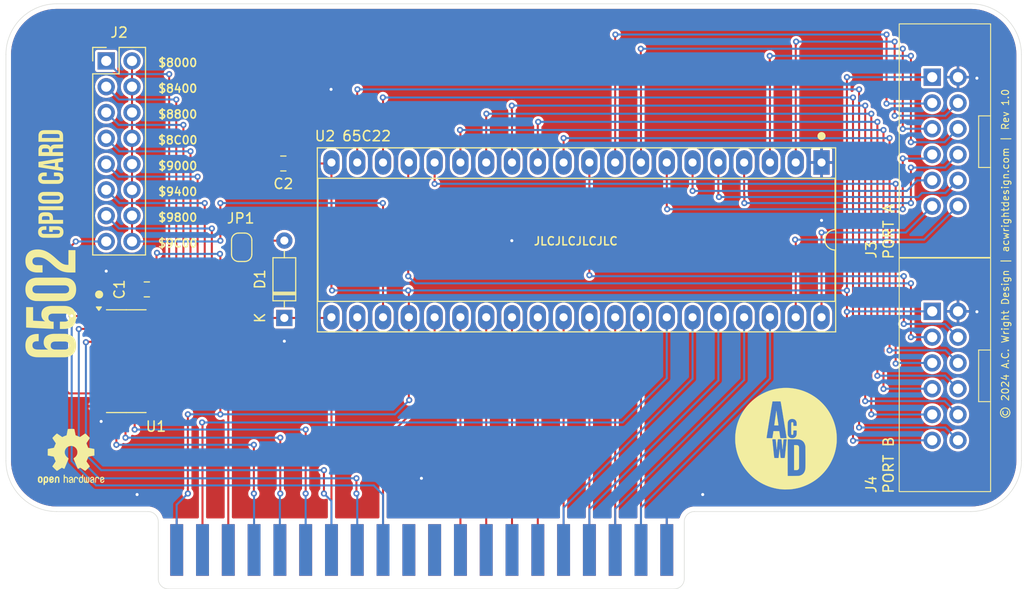
<source format=kicad_pcb>
(kicad_pcb (version 20241229) (generator "pcbnew") (generator_version "9.0")
  (title_block (title "6502 GPIO Card") (date "2024-06-19") (rev "1.0") (company "A.C. Wright Design"))
  (layers (0 "F.Cu" signal) (2 "B.Cu" signal) (13 "F.Paste" user) (15 "B.Paste" user) (5 "F.SilkS" user "F.Silkscreen") (7 "B.SilkS" user "B.Silkscreen") (1 "F.Mask" user) (3 "B.Mask" user) (25 "Edge.Cuts" user))
  (net 0 "")
  (net 1 "GND")
  (net 2 "VCC")
  (net 3 "IRQB")
  (net 4 "Net-(D1-K)")
  (net 5 "D2")
  (net 6 "A2")
  (net 7 "RESB")
  (net 8 "A1")
  (net 9 "RWB")
  (net 10 "A15")
  (net 11 "D0")
  (net 12 "A12")
  (net 13 "A0")
  (net 14 "A11")
  (net 15 "D1")
  (net 16 "PHI2")
  (net 17 "D5")
  (net 18 "A14")
  (net 19 "A3")
  (net 20 "D7")
  (net 21 "A13")
  (net 22 "A10")
  (net 23 "D4")
  (net 24 "D3")
  (net 25 "D6")
  (net 26 "CSB")
  (net 27 "PA3")
  (net 28 "CA1")
  (net 29 "CA2")
  (net 30 "/$8400")
  (net 31 "/$9800")
  (net 32 "/$9400")
  (net 33 "/$8C00")
  (net 34 "/$9000")
  (net 35 "/$8800")
  (net 36 "/$8000")
  (net 37 "/$9C00")
  (net 38 "PA7")
  (net 39 "PA5")
  (net 40 "PA0")
  (net 41 "PA2")
  (net 42 "PA4")
  (net 43 "PA1")
  (net 44 "PA6")
  (net 45 "PB4")
  (net 46 "PB2")
  (net 47 "PB0")
  (net 48 "PB1")
  (net 49 "PB6")
  (net 50 "PB7")
  (net 51 "CB2")
  (net 52 "CB1")
  (net 53 "PB5")
  (net 54 "PB3")
  (footprint "Diode_THT:D_DO-35_SOD27_P7.62mm_Horizontal" (layer "F.Cu") (at 128 101.31 90)
    (property "Reference" "D1")
    (property "Value" "D_Schottky" (hide yes))
  )
  (footprint "6502 Parts:6502 GPIO Connector" (layer "F.Cu") (at 191.8 77.6)
    (property "Reference" "J3")
    (property "Value" "PORT A")
  )
  (footprint "Jumper:SolderJumper-2_P1.3mm_Bridged_RoundedPad1.0x1.5mm" (layer "F.Cu") (at 123.8 94.35 90)
    (property "Reference" "JP1")
    (property "Value" "SolderJumper_2_Bridged" (hide yes))
  )
  (footprint "A.C. Wright Logo:A.C. Wright Logo 10mm" (layer "F.Cu") (at 177.4 113.2)
    (property "Reference" "G***" (hide yes))
    (property "Value" "LOGO" (hide yes))
  )
  (footprint "Package_SO:SOIC-16_3.9x9.9mm_P1.27mm" (layer "F.Cu") (at 112.435 105.565)
    (property "Reference" "U1")
    (property "Value" "74HC138" (hide yes))
  )
  (footprint "Package_DIP:DIP-40_W15.24mm_Socket_LongPads" (layer "F.Cu") (at 180.9 86 -90)
    (property "Reference" "U2")
    (property "Value" "65C22")
  )
  (footprint "Connector_PinHeader_2.54mm:PinHeader_2x08_P2.54mm_Vertical" (layer "F.Cu") (at 110.46 76)
    (property "Reference" "J2")
    (property "Value" "Conn_02x08_Odd_Even" (hide yes))
  )
  (footprint "6502 Parts:6502 GPIO Connector" (layer "F.Cu") (at 191.8 100.66)
    (property "Reference" "J4")
    (property "Value" "PORT B")
  )
  (footprint "Capacitor_SMD:C_0805_2012Metric" (layer "F.Cu") (at 114.46 98.5 180)
    (property "Reference" "C1")
    (property "Value" "100nF" (hide yes))
  )
  (footprint "Symbol:OSHW-Logo2_7.3x6mm_SilkScreen" (layer "F.Cu") (at 107 115)
    (property "Reference" "REF**" (hide yes))
    (property "Value" "OSHW-Logo2_7.3x6mm_SilkScreen" (hide yes))
  )
  (footprint "6502 Parts:6502 Card Edge" (layer "F.Cu") (at 117.4 126.7)
    (property "Reference" "J1" (hide yes))
    (property "Value" "6502 Card Edge" (hide yes))
  )
  (footprint "6502 Logos:6502 GPIO Card Logo 5mm" (layer "F.Cu") (at 104.999736 85.200749 90)
    (property "Reference" "G***" (hide yes))
    (property "Value" "LOGO" (hide yes))
  )
  (footprint "Capacitor_SMD:C_0805_2012Metric" (layer "F.Cu") (at 127.9 86.1)
    (property "Reference" "C2")
    (property "Value" "100nF" (hide yes))
  )
  (gr_circle (center 109.76 99) (end 109.96 99) (stroke (width 0.4)) (fill no) (layer "F.SilkS"))
  (gr_circle (center 180.9 83.4) (end 181.1 83.4) (stroke (width 0.4)) (fill no) (layer "F.SilkS"))
  (gr_arc (start 167.3841 121.3746) (mid 167.676993 120.667493) (end 168.3841 120.3746) (stroke (width 0.05)) (layer "Edge.Cuts"))
  (gr_line (start 200.5841 115.3746) (end 200.5841 75.3746) (stroke (width 0.05)) (layer "Edge.Cuts"))
  (gr_arc (start 105.5841 120.3746) (mid 102.048566 118.910134) (end 100.5841 115.3746) (stroke (width 0.05)) (layer "Edge.Cuts"))
  (gr_line (start 105.5841 120.3746) (end 114.5841 120.3746) (stroke (width 0.05)) (layer "Edge.Cuts"))
  (gr_line (start 168.3841 120.3746) (end 195.5841 120.3746) (stroke (width 0.05)) (layer "Edge.Cuts"))
  (gr_line (start 195.5841 70.3746) (end 105.5841 70.3746) (stroke (width 0.05)) (layer "Edge.Cuts"))
  (gr_arc (start 114.5841 120.3746) (mid 115.291207 120.667493) (end 115.5841 121.3746) (stroke (width 0.05)) (layer "Edge.Cuts"))
  (gr_line (start 167.3841 126.9946) (end 167.3841 121.3746) (stroke (width 0.05)) (layer "Edge.Cuts"))
  (gr_arc (start 200.5841 115.3746) (mid 199.119634 118.910134) (end 195.5841 120.3746) (stroke (width 0.05)) (layer "Edge.Cuts"))
  (gr_arc (start 100.5841 75.3746) (mid 102.048566 71.839066) (end 105.5841 70.3746) (stroke (width 0.05)) (layer "Edge.Cuts"))
  (gr_line (start 116.5841 127.9946) (end 166.3841 127.9946) (stroke (width 0.05)) (layer "Edge.Cuts"))
  (gr_line (start 100.5841 75.3746) (end 100.5841 115.3746) (stroke (width 0.05)) (layer "Edge.Cuts"))
  (gr_arc (start 116.5841 127.9946) (mid 115.876993 127.701707) (end 115.5841 126.9946) (stroke (width 0.05)) (layer "Edge.Cuts"))
  (gr_arc (start 167.3841 126.9946) (mid 167.091207 127.701707) (end 166.3841 127.9946) (stroke (width 0.05)) (layer "Edge.Cuts"))
  (gr_arc (start 195.5841 70.3746) (mid 199.119634 71.839066) (end 200.5841 75.3746) (stroke (width 0.05)) (layer "Edge.Cuts"))
  (gr_line (start 115.5841 121.3746) (end 115.5841 126.9946) (stroke (width 0.05)) (layer "Edge.Cuts"))
  (gr_text "© 2024 A.C. Wright Design | acwrightdesign.com | Rev 1.0" (at 199 95 90) (layer "F.SilkS") (effects (font (size 0.7 0.7) (thickness 0.1))))
  (gr_text "$9000" (at 117.5 86.34 0) (layer "F.SilkS") (effects (font (size 0.8 0.8))))
  (gr_text "$9800" (at 117.5 91.42 0) (layer "F.SilkS") (effects (font (size 0.8 0.8))))
  (gr_text "$9400" (at 117.5 88.88 0) (layer "F.SilkS") (effects (font (size 0.8 0.8))))
  (gr_text "JLCJLCJLCJLC" (at 156.7 93.75 0) (layer "F.SilkS") (effects (font (size 0.8 0.8))))
  (gr_text "$8400" (at 117.5 78.72 0) (layer "F.SilkS") (effects (font (size 0.8 0.8))))
  (gr_text "$8800" (at 117.5 81.26 0) (layer "F.SilkS") (effects (font (size 0.8 0.8))))
  (gr_text "$8C00" (at 117.5 83.8 0) (layer "F.SilkS") (effects (font (size 0.8 0.8))))
  (gr_text "$8000" (at 117.5 76.18 0) (layer "F.SilkS") (effects (font (size 0.8 0.8))))
  (gr_text "$9C00" (at 117.5 93.96 0) (layer "F.SilkS") (effects (font (size 0.8 0.8))))
  (segment (start 117.4 124.16) (end 117.4 121.3) (width 0.2) (layer "F.Cu") (net 1))
  (segment (start 117.4 121.3) (end 117.4 119.9) (width 0.2) (layer "F.Cu") (net 1))
  (via (at 196.2 77.7) (size 0.6) (drill 0.3) (layers "F.Cu" "B.Cu") (net 1))
  (via (at 150.4 93.7) (size 0.6) (drill 0.3) (layers "F.Cu" "B.Cu") (net 1))
  (via (at 196.2 100.7) (size 0.6) (drill 0.3) (layers "F.Cu" "B.Cu") (net 1))
  (via (at 109.96 111.5) (size 0.6) (drill 0.3) (layers "F.Cu" "B.Cu") (net 1))
  (via (at 128 103.6) (size 0.6) (drill 0.3) (layers "F.Cu" "B.Cu") (net 1))
  (via (at 141.5 117.1) (size 0.6) (drill 0.3) (layers "F.Cu" "B.Cu") (net 1))
  (via (at 110.46 96.7) (size 0.6) (drill 0.3) (layers "F.Cu" "B.Cu") (net 1))
  (via (at 113.5 118.7) (size 0.6) (drill 0.3) (layers "F.Cu" "B.Cu") (net 1))
  (via (at 132.6 78.8) (size 0.6) (drill 0.3) (layers "F.Cu" "B.Cu") (net 1))
  (via (at 180.9 91.7) (size 0.6) (drill 0.3) (layers "F.Cu" "B.Cu") (net 1))
  (via (at 169.2 118.7) (size 0.6) (drill 0.3) (layers "F.Cu" "B.Cu") (net 1))
  (segment (start 165.66 124.16) (end 165.66 119.94) (width 0.2) (layer "B.Cu") (net 1))
  (segment (start 183.4 102.9) (end 182.5 103.8) (width 0.2) (layer "F.Cu") (net 2))
  (segment (start 140.3 109.4) (end 140.26 109.36) (width 0.2) (layer "F.Cu") (net 2))
  (segment (start 115.41 98.5) (end 115.41 99.75) (width 0.2) (layer "F.Cu") (net 2))
  (segment (start 115.41 99.75) (end 114.91 100.25) (width 0.2) (layer "F.Cu") (net 2))
  (segment (start 128.85 86.1) (end 132.54 86.1) (width 0.2) (layer "F.Cu") (net 2))
  (segment (start 183.4 98.6) (end 183.4 96) (width 0.2) (layer "F.Cu") (net 2))
  (segment (start 118.5 118.6) (end 118.5 110.8) (width 0.2) (layer "F.Cu") (net 2))
  (segment (start 183.4 100.7) (end 183.4 102.9) (width 0.2) (layer "F.Cu") (net 2))
  (segment (start 132.64 98.54) (end 132.7 98.6) (width 0.2) (layer "F.Cu") (net 2))
  (segment (start 140.26 109.36) (end 140.26 101.24) (width 0.2) (layer "F.Cu") (net 2))
  (segment (start 115.46 94.9) (end 115.41 94.95) (width 0.2) (layer "F.Cu") (net 2))
  (segment (start 132.64 86) (end 132.64 98.54) (width 0.2) (layer "F.Cu") (net 2))
  (segment (start 121.7 110.8) (end 121.7 95.04) (width 0.2) (layer "F.Cu") (net 2))
  (segment (start 132.54 86.1) (end 132.64 86) (width 0.2) (layer "F.Cu") (net 2))
  (segment (start 121.7 95.04) (end 121.66 95) (width 0.2) (layer "F.Cu") (net 2))
  (segment (start 165.66 119.94) (end 165.66 124.16) (width 0.2) (layer "F.Cu") (net 2))
  (segment (start 181.8 103.8) (end 165.66 119.94) (width 0.2) (layer "F.Cu") (net 2))
  (segment (start 140.26 98.66) (end 140.26 101.24) (width 0.2) (layer "F.Cu") (net 2))
  (segment (start 115.41 94.95) (end 115.41 98.5) (width 0.2) (layer "F.Cu") (net 2))
  (segment (start 183.4 96) (end 183.4 77.6) (width 0.2) (layer "F.Cu") (net 2))
  (segment (start 140.2 98.6) (end 140.26 98.66) (width 0.2) (layer "F.Cu") (net 2))
  (segment (start 183.4 98.6) (end 183.4 100.7) (width 0.2) (layer "F.Cu") (net 2))
  (segment (start 114.91 100.25) (end 114.91 101.12) (width 0.2) (layer "F.Cu") (net 2))
  (segment (start 182.5 103.8) (end 181.8 103.8) (width 0.2) (layer "F.Cu") (net 2))
  (via (at 121.66 95) (size 0.6) (drill 0.3) (layers "F.Cu" "B.Cu") (net 2))
  (via (at 115.46 94.9) (size 0.6) (drill 0.3) (layers "F.Cu" "B.Cu") (net 2))
  (via (at 118.5 118.6) (size 0.6) (drill 0.3) (layers "F.Cu" "B.Cu") (net 2))
  (via (at 118.5 110.8) (size 0.6) (drill 0.3) (layers "F.Cu" "B.Cu") (net 2))
  (via (at 183.4 100.7) (size 0.6) (drill 0.3) (layers "F.Cu" "B.Cu") (net 2))
  (via (at 183.4 77.6) (size 0.6) (drill 0.3) (layers "F.Cu" "B.Cu") (net 2))
  (via (at 132.7 98.6) (size 0.6) (drill 0.3) (layers "F.Cu" "B.Cu") (net 2))
  (via (at 140.3 109.4) (size 0.6) (drill 0.3) (layers "F.Cu" "B.Cu") (net 2))
  (via (at 140.2 98.6) (size 0.6) (drill 0.3) (layers "F.Cu" "B.Cu") (net 2))
  (via (at 121.7 110.8) (size 0.6) (drill 0.3) (layers "F.Cu" "B.Cu") (net 2))
  (via (at 183.4 98.6) (size 0.6) (drill 0.3) (layers "F.Cu" "B.Cu") (net 2))
  (segment (start 140.2 98.6) (end 183.4 98.6) (width 0.2) (layer "B.Cu") (net 2))
  (segment (start 121.7 110.8) (end 138.9 110.8) (width 0.2) (layer "B.Cu") (net 2))
  (segment (start 115.56 95) (end 115.46 94.9) (width 0.2) (layer "B.Cu") (net 2))
  (segment (start 121.66 95) (end 115.56 95) (width 0.2) (layer "B.Cu") (net 2))
  (segment (start 183.4 77.6) (end 191.8 77.6) (width 0.2) (layer "B.Cu") (net 2))
  (segment (start 191.8 100.66) (end 183.44 100.66) (width 0.2) (layer "B.Cu") (net 2))
  (segment (start 117.4 124.16) (end 117.4 119.7) (width 0.2) (layer "B.Cu") (net 2))
  (segment (start 117.4 119.7) (end 118.5 118.6) (width 0.2) (layer "B.Cu") (net 2))
  (segment (start 132.7 98.6) (end 140.2 98.6) (width 0.2) (layer "B.Cu") (net 2))
  (segment (start 183.44 100.66) (end 183.4 100.7) (width 0.2) (layer "B.Cu") (net 2))
  (segment (start 118.5 110.8) (end 121.7 110.8) (width 0.2) (layer "B.Cu") (net 2))
  (segment (start 138.9 110.8) (end 140.3 109.4) (width 0.2) (layer "B.Cu") (net 2))
  (segment (start 127.99 93.7) (end 128 93.69) (width 0.2) (layer "F.Cu") (net 3))
  (segment (start 123.8 93.7) (end 127.99 93.7) (width 0.2) (layer "F.Cu") (net 3))
  (segment (start 122.48 93.92) (end 122.7 93.7) (width 0.2) (layer "F.Cu") (net 3))
  (segment (start 122.48 124.16) (end 122.48 93.92) (width 0.2) (layer "F.Cu") (net 3))
  (segment (start 122.7 93.7) (end 123.8 93.7) (width 0.2) (layer "F.Cu") (net 3))
  (segment (start 132.57 101.31) (end 132.64 101.24) (width 0.2) (layer "F.Cu") (net 4))
  (segment (start 123.8 100.7) (end 124.41 101.31) (width 0.2) (layer "F.Cu") (net 4))
  (segment (start 124.41 101.31) (end 128 101.31) (width 0.2) (layer "F.Cu") (net 4))
  (segment (start 127.4 101.31) (end 132.57 101.31) (width 0.2) (layer "F.Cu") (net 4))
  (segment (start 123.8 95) (end 123.8 100.7) (width 0.2) (layer "F.Cu") (net 4))
  (segment (start 158.04 124.16) (end 158.04 101.24) (width 0.2) (layer "F.Cu") (net 5))
  (segment (start 170.74 107.46) (end 170.74 101.24) (width 0.2) (layer "B.Cu") (net 6))
  (segment (start 158.04 120.16) (end 170.74 107.46) (width 0.2) (layer "B.Cu") (net 6))
  (segment (start 158.04 124.16) (end 158.04 120.16) (width 0.2) (layer "B.Cu") (net 6))
  (segment (start 119.94 111.64) (end 119.94 124.16) (width 0.2) (layer "F.Cu") (net 7))
  (via (at 119.9 111.6) (size 0.6) (drill 0.3) (layers "F.Cu" "B.Cu") (net 7))
  (segment (start 119.9 111.6) (end 161.3 111.6) (width 0.2) (layer "B.Cu") (net 7))
  (segment (start 161.3 111.6) (end 165.66 107.24) (width 0.2) (layer "B.Cu") (net 7))
  (segment (start 165.66 107.24) (end 165.66 101.24) (width 0.2) (layer "B.Cu") (net 7))
  (segment (start 160.58 120.12) (end 173.28 107.42) (width 0.2) (layer "B.Cu") (net 8))
  (segment (start 173.28 107.42) (end 173.28 101.24) (width 0.2) (layer "B.Cu") (net 8))
  (segment (start 160.58 124.16) (end 160.58 120.12) (width 0.2) (layer "B.Cu") (net 8))
  (segment (start 132.64 110.26) (end 135.18 107.72) (width 0.2) (layer "F.Cu") (net 9))
  (segment (start 135.18 107.72) (end 135.18 101.24) (width 0.2) (layer "F.Cu") (net 9))
  (segment (start 132.64 124.16) (end 132.64 110.26) (width 0.2) (layer "F.Cu") (net 9))
  (segment (start 109.96 107.47) (end 111.33 107.47) (width 0.2) (layer "F.Cu") (net 10))
  (segment (start 111.46 107.6) (end 111.46 107.9) (width 0.2) (layer "F.Cu") (net 10))
  (segment (start 111.46 107.9) (end 111.46 113.8) (width 0.2) (layer "F.Cu") (net 10))
  (segment (start 111.46 113.8) (end 111.46 114) (width 0.2) (layer "F.Cu") (net 10))
  (segment (start 111.33 107.47) (end 111.46 107.6) (width 0.2) (layer "F.Cu") (net 10))
  (segment (start 125 113.8) (end 125 118.6) (width 0.2) (layer "F.Cu") (net 10))
  (via (at 125 118.6) (size 0.6) (drill 0.3) (layers "F.Cu" "B.Cu") (net 10))
  (via (at 125 113.8) (size 0.6) (drill 0.3) (layers "F.Cu" "B.Cu") (net 10))
  (via (at 111.46 113.8) (size 0.6) (drill 0.3) (layers "F.Cu" "B.Cu") (net 10))
  (segment (start 125.02 118.62) (end 125.02 124.16) (width 0.2) (layer "B.Cu") (net 10))
  (segment (start 111.46 113.8) (end 125 113.8) (width 0.2) (layer "B.Cu") (net 10))
  (segment (start 125 118.6) (end 125.02 118.62) (width 0.2) (layer "B.Cu") (net 10))
  (segment (start 163.12 124.16) (end 163.12 101.24) (width 0.2) (layer "F.Cu") (net 11))
  (segment (start 131.9 116.3) (end 131.9 118.6) (width 0.2) (layer "F.Cu") (net 12))
  (segment (start 108.5 103.66) (end 108.46 103.7) (width 0.2) (layer "F.Cu") (net 12))
  (segment (start 109.96 103.66) (end 108.5 103.66) (width 0.2) (layer "F.Cu") (net 12))
  (via (at 131.9 116.3) (size 0.6) (drill 0.3) (layers "F.Cu" "B.Cu") (net 12))
  (via (at 131.9 118.6) (size 0.6) (drill 0.3) (layers "F.Cu" "B.Cu") (net 12))
  (via (at 108.46 103.7) (size 0.6) (drill 0.3) (layers "F.Cu" "B.Cu") (net 12))
  (segment (start 131.9 116.3) (end 109.96 116.3) (width 0.2) (layer "B.Cu") (net 12))
  (segment (start 131.9 116.3) (end 131.8 116.4) (width 0.2) (layer "B.Cu") (net 12))
  (segment (start 108.46 114.8) (end 109.83 116.17) (width 0.2) (layer "B.Cu") (net 12))
  (segment (start 131.9 118.6) (end 132.64 119.34) (width 0.2) (layer "B.Cu") (net 12))
  (segment (start 109.96 116.3) (end 109.83 116.17) (width 0.2) (layer "B.Cu") (net 12))
  (segment (start 132.64 119.34) (end 132.64 124.16) (width 0.2) (layer "B.Cu") (net 12))
  (segment (start 108.46 103.7) (end 108.46 114.8) (width 0.2) (layer "B.Cu") (net 12))
  (segment (start 163.12 119.98) (end 175.82 107.28) (width 0.2) (layer "B.Cu") (net 13))
  (segment (start 163.12 124.16) (end 163.12 119.98) (width 0.2) (layer "B.Cu") (net 13))
  (segment (start 175.82 107.28) (end 175.82 101.24) (width 0.2) (layer "B.Cu") (net 13))
  (segment (start 107.77 102.39) (end 107.76 102.4) (width 0.2) (layer "F.Cu") (net 14))
  (segment (start 135.1 117.1) (end 135.1 118.6) (width 0.2) (layer "F.Cu") (net 14))
  (segment (start 109.96 102.39) (end 107.77 102.39) (width 0.2) (layer "F.Cu") (net 14))
  (via (at 135.1 117.1) (size 0.6) (drill 0.3) (layers "F.Cu" "B.Cu") (net 14))
  (via (at 107.76 102.4) (size 0.6) (drill 0.3) (layers "F.Cu" "B.Cu") (net 14))
  (via (at 135.1 118.6) (size 0.6) (drill 0.3) (layers "F.Cu" "B.Cu") (net 14))
  (segment (start 135.1 118.8) (end 135.18 118.88) (width 0.2) (layer "B.Cu") (net 14))
  (segment (start 135.18 118.88) (end 135.18 124.16) (width 0.2) (layer "B.Cu") (net 14))
  (segment (start 135.1 117.1) (end 109.76 117.1) (width 0.2) (layer "B.Cu") (net 14))
  (segment (start 107.76 115.1) (end 107.76 102.4) (width 0.2) (layer "B.Cu") (net 14))
  (segment (start 135.1 118.6) (end 135.1 118.8) (width 0.2) (layer "B.Cu") (net 14))
  (segment (start 109.76 117.1) (end 107.76 115.1) (width 0.2) (layer "B.Cu") (net 14))
  (segment (start 160.58 124.16) (end 160.58 101.24) (width 0.2) (layer "F.Cu") (net 15))
  (segment (start 137.72 113.48) (end 142.8 108.4) (width 0.2) (layer "F.Cu") (net 16))
  (segment (start 142.8 108.4) (end 142.8 101.24) (width 0.2) (layer "F.Cu") (net 16))
  (segment (start 137.72 124.16) (end 137.72 113.48) (width 0.2) (layer "F.Cu") (net 16))
  (segment (start 150.42 124.16) (end 150.42 101.24) (width 0.2) (layer "F.Cu") (net 17))
  (segment (start 111.96 106.2) (end 112.36 106.6) (width 0.2) (layer "F.Cu") (net 18))
  (segment (start 112.36 106.9) (end 112.36 112.4) (width 0.2) (layer "F.Cu") (net 18))
  (segment (start 112.36 112.6) (end 112.36 113.1) (width 0.2) (layer "F.Cu") (net 18))
  (segment (start 112.36 112.4) (end 112.36 112.6) (width 0.2) (layer "F.Cu") (net 18))
  (segment (start 127.6 113.1) (end 127.6 118.6) (width 0.2) (layer "F.Cu") (net 18))
  (segment (start 112.36 106.6) (end 112.36 106.9) (width 0.2) (layer "F.Cu") (net 18))
  (segment (start 109.96 106.2) (end 111.96 106.2) (width 0.2) (layer "F.Cu") (net 18))
  (via (at 112.36 113.1) (size 0.6) (drill 0.3) (layers "F.Cu" "B.Cu") (net 18))
  (via (at 127.6 113.1) (size 0.6) (drill 0.3) (layers "F.Cu" "B.Cu") (net 18))
  (via (at 127.6 118.6) (size 0.6) (drill 0.3) (layers "F.Cu" "B.Cu") (net 18))
  (segment (start 127.56 118.64) (end 127.56 124.16) (width 0.2) (layer "B.Cu") (net 18))
  (segment (start 127.6 118.6) (end 127.56 118.64) (width 0.2) (layer "B.Cu") (net 18))
  (segment (start 112.36 113.1) (end 127.6 113.1) (width 0.2) (layer "B.Cu") (net 18))
  (segment (start 155.5 120) (end 168.2 107.3) (width 0.2) (layer "B.Cu") (net 19))
  (segment (start 155.5 124.16) (end 155.5 120) (width 0.2) (layer "B.Cu") (net 19))
  (segment (start 168.2 107.3) (end 168.2 101.24) (width 0.2) (layer "B.Cu") (net 19))
  (segment (start 145.34 124.16) (end 145.34 101.24) (width 0.2) (layer "F.Cu") (net 20))
  (segment (start 113.26 106.2) (end 113.26 112.3) (width 0.2) (layer "F.Cu") (net 21))
  (segment (start 112.76 105) (end 113.26 105.5) (width 0.2) (layer "F.Cu") (net 21))
  (segment (start 130.1 112.3) (end 130.1 118.6) (width 0.2) (layer "F.Cu") (net 21))
  (segment (start 112.69 104.93) (end 112.76 105) (width 0.2) (layer "F.Cu") (net 21))
  (segment (start 109.96 104.93) (end 112.69 104.93) (width 0.2) (layer "F.Cu") (net 21))
  (segment (start 113.26 105.5) (end 113.26 106.2) (width 0.2) (layer "F.Cu") (net 21))
  (via (at 113.26 112.3) (size 0.6) (drill 0.3) (layers "F.Cu" "B.Cu") (net 21))
  (via (at 130.1 112.3) (size 0.6) (drill 0.3) (layers "F.Cu" "B.Cu") (net 21))
  (via (at 130.1 118.6) (size 0.6) (drill 0.3) (layers "F.Cu" "B.Cu") (net 21))
  (segment (start 113.26 112.3) (end 130.1 112.3) (width 0.2) (layer "B.Cu") (net 21))
  (segment (start 130.1 118.6) (end 130.1 124.16) (width 0.2) (layer "B.Cu") (net 21))
  (segment (start 107.08 101.12) (end 107.06 101.1) (width 0.2) (layer "F.Cu") (net 22))
  (segment (start 109.96 101.12) (end 107.08 101.12) (width 0.2) (layer "F.Cu") (net 22))
  (via (at 107.06 101.1) (size 0.6) (drill 0.3) (layers "F.Cu" "B.Cu") (net 22))
  (segment (start 107.06 115.4) (end 109.46 117.8) (width 0.2) (layer "B.Cu") (net 22))
  (segment (start 107.06 101.1) (end 107.06 115.4) (width 0.2) (layer "B.Cu") (net 22))
  (segment (start 136.8 117.8) (end 137.72 118.72) (width 0.2) (layer "B.Cu") (net 22))
  (segment (start 137.72 118.72) (end 137.72 124.16) (width 0.2) (layer "B.Cu") (net 22))
  (segment (start 109.46 117.8) (end 136.8 117.8) (width 0.2) (layer "B.Cu") (net 22))
  (segment (start 152.96 124.16) (end 152.96 101.24) (width 0.2) (layer "F.Cu") (net 23))
  (segment (start 155.5 124.16) (end 155.5 101.24) (width 0.2) (layer "F.Cu") (net 24))
  (segment (start 147.88 124.16) (end 147.88 101.24) (width 0.2) (layer "F.Cu") (net 25))
  (segment (start 137.7 90) (end 137.72 90.02) (width 0.2) (layer "F.Cu") (net 26))
  (segment (start 137.72 90.02) (end 137.72 101.24) (width 0.2) (layer "F.Cu") (net 26))
  (segment (start 121.7 93.7) (end 121.7 90) (width 0.2) (layer "F.Cu") (net 26))
  (segment (start 113 76) (end 113 93.78) (width 0.2) (layer "F.Cu") (net 26))
  (via (at 121.7 90) (size 0.6) (drill 0.3) (layers "F.Cu" "B.Cu") (net 26))
  (via (at 137.7 90) (size 0.6) (drill 0.3) (layers "F.Cu" "B.Cu") (net 26))
  (via (at 121.7 93.7) (size 0.6) (drill 0.3) (layers "F.Cu" "B.Cu") (net 26))
  (segment (start 121.7 90) (end 137.7 90) (width 0.2) (layer "B.Cu") (net 26))
  (segment (start 121.62 93.78) (end 121.7 93.7) (width 0.2) (layer "B.Cu") (net 26))
  (segment (start 113 93.78) (end 121.62 93.78) (width 0.2) (layer "B.Cu") (net 26))
  (segment (start 170.8 89.4) (end 170.74 89.34) (width 0.2) (layer "F.Cu") (net 27))
  (segment (start 170.74 89.34) (end 170.74 86) (width 0.2) (layer "F.Cu") (net 27))
  (via (at 170.8 89.4) (size 0.6) (drill 0.3) (layers "F.Cu" "B.Cu") (net 27))
  (segment (start 190.4 89.4) (end 190.8 89) (width 0.2) (layer "B.Cu") (net 27))
  (segment (start 193.1 89) (end 194.34 87.76) (width 0.2) (layer "B.Cu") (net 27))
  (segment (start 190.8 89) (end 193.1 89) (width 0.2) (layer "B.Cu") (net 27))
  (segment (start 170.8 89.4) (end 190.4 89.4) (width 0.2) (layer "B.Cu") (net 27))
  (segment (start 180.9 92.9) (end 180.9 101.24) (width 0.2) (layer "F.Cu") (net 28))
  (via (at 180.9 92.9) (size 0.6) (drill 0.3) (layers "F.Cu" "B.Cu") (net 28))
  (segment (start 191.8 90.3) (end 189.2 92.9) (width 0.2) (layer "B.Cu") (net 28))
  (segment (start 189.2 92.9) (end 180.9 92.9) (width 0.2) (layer "B.Cu") (net 28))
  (segment (start 178.36 93.66) (end 178.36 101.24) (width 0.2) (layer "F.Cu") (net 29))
  (segment (start 178.3 93.6) (end 178.36 93.66) (width 0.2) (layer "F.Cu") (net 29))
  (via (at 178.3 93.6) (size 0.6) (drill 0.3) (layers "F.Cu" "B.Cu") (net 29))
  (segment (start 194.34 90.3) (end 194.3 90.3) (width 0.2) (layer "B.Cu") (net 29))
  (segment (start 191 93.6) (end 178.3 93.6) (width 0.2) (layer "B.Cu") (net 29))
  (segment (start 194.3 90.3) (end 191 93.6) (width 0.2) (layer "B.Cu") (net 29))
  (segment (start 116.8 103.66) (end 114.91 103.66) (width 0.2) (layer "F.Cu") (net 30))
  (segment (start 117.36 103.1) (end 116.8 103.66) (width 0.2) (layer "F.Cu") (net 30))
  (segment (start 117.36 79.8) (end 117.36 103.1) (width 0.2) (layer "F.Cu") (net 30))
  (via (at 117.36 79.8) (size 0.6) (drill 0.3) (layers "F.Cu" "B.Cu") (net 30))
  (segment (start 113.66 79.8) (end 117.36 79.8) (width 0.2) (layer "B.Cu") (net 30))
  (segment (start 110.46 78.54) (end 111.72 79.8) (width 0.2) (layer "B.Cu") (net 30))
  (segment (start 111.72 79.8) (end 113.66 79.8) (width 0.2) (layer "B.Cu") (net 30))
  (segment (start 120.15 110.01) (end 114.91 110.01) (width 0.2) (layer "F.Cu") (net 31))
  (segment (start 120.86 92.5) (end 120.86 109.3) (width 0.2) (layer "F.Cu") (net 31))
  (segment (start 120.86 109.3) (end 120.15 110.01) (width 0.2) (layer "F.Cu") (net 31))
  (via (at 120.86 92.5) (size 0.6) (drill 0.3) (layers "F.Cu" "B.Cu") (net 31))
  (segment (start 110.46 91.24) (end 111.72 92.5) (width 0.2) (layer "B.Cu") (net 31))
  (segment (start 112.66 92.5) (end 112.96 92.5) (width 0.2) (layer "B.Cu") (net 31))
  (segment (start 111.72 92.5) (end 112.66 92.5) (width 0.2) (layer "B.Cu") (net 31))
  (segment (start 112.96 92.5) (end 120.86 92.5) (width 0.2) (layer "B.Cu") (net 31))
  (segment (start 119.52 108.74) (end 114.91 108.74) (width 0.2) (layer "F.Cu") (net 32))
  (segment (start 120.16 90) (end 120.16 108.1) (width 0.2) (layer "F.Cu") (net 32))
  (segment (start 120.16 108.1) (end 119.52 108.74) (width 0.2) (layer "F.Cu") (net 32))
  (via (at 120.16 90) (size 0.6) (drill 0.3) (layers "F.Cu" "B.Cu") (net 32))
  (segment (start 111.76 90) (end 112.16 90) (width 0.2) (layer "B.Cu") (net 32))
  (segment (start 110.46 88.7) (end 111.76 90) (width 0.2) (layer "B.Cu") (net 32))
  (segment (start 112.16 90) (end 120.16 90) (width 0.2) (layer "B.Cu") (net 32))
  (segment (start 118.76 84.9) (end 118.76 105.6) (width 0.2) (layer "F.Cu") (net 33))
  (segment (start 118.16 106.2) (end 114.91 106.2) (width 0.2) (layer "F.Cu") (net 33))
  (segment (start 118.76 105.6) (end 118.16 106.2) (width 0.2) (layer "F.Cu") (net 33))
  (via (at 118.76 84.9) (size 0.6) (drill 0.3) (layers "F.Cu" "B.Cu") (net 33))
  (segment (start 112.16 84.9) (end 112.46 84.9) (width 0.2) (layer "B.Cu") (net 33))
  (segment (start 111.74 84.9) (end 112.16 84.9) (width 0.2) (layer "B.Cu") (net 33))
  (segment (start 112.46 84.9) (end 118.76 84.9) (width 0.2) (layer "B.Cu") (net 33))
  (segment (start 110.46 83.62) (end 111.74 84.9) (width 0.2) (layer "B.Cu") (net 33))
  (segment (start 118.99 107.47) (end 114.91 107.47) (width 0.2) (layer "F.Cu") (net 34))
  (segment (start 119.46 87.4) (end 119.46 107) (width 0.2) (layer "F.Cu") (net 34))
  (segment (start 119.46 107) (end 118.99 107.47) (width 0.2) (layer "F.Cu") (net 34))
  (via (at 119.46 87.4) (size 0.6) (drill 0.3) (layers "F.Cu" "B.Cu") (net 34))
  (segment (start 111.7 87.4) (end 112.06 87.4) (width 0.2) (layer "B.Cu") (net 34))
  (segment (start 110.46 86.16) (end 111.7 87.4) (width 0.2) (layer "B.Cu") (net 34))
  (segment (start 112.06 87.4) (end 112.36 87.4) (width 0.2) (layer "B.Cu") (net 34))
  (segment (start 112.36 87.4) (end 119.46 87.4) (width 0.2) (layer "B.Cu") (net 34))
  (segment (start 118.06 104.3) (end 117.43 104.93) (width 0.2) (layer "F.Cu") (net 35))
  (segment (start 118.06 82.3) (end 118.06 104.3) (width 0.2) (layer "F.Cu") (net 35))
  (segment (start 117.43 104.93) (end 114.91 104.93) (width 0.2) (layer "F.Cu") (net 35))
  (via (at 118.06 82.3) (size 0.6) (drill 0.3) (layers "F.Cu" "B.Cu") (net 35))
  (segment (start 110.46 81.08) (end 111.68 82.3) (width 0.2) (layer "B.Cu") (net 35))
  (segment (start 111.68 82.3) (end 113.06 82.3) (width 0.2) (layer "B.Cu") (net 35))
  (segment (start 113.06 82.3) (end 118.06 82.3) (width 0.2) (layer "B.Cu") (net 35))
  (segment (start 116.66 102) (end 116.27 102.39) (width 0.2) (layer "F.Cu") (net 36))
  (segment (start 116.27 102.39) (end 114.91 102.39) (width 0.2) (layer "F.Cu") (net 36))
  (segment (start 116.66 77.3) (end 116.66 102) (width 0.2) (layer "F.Cu") (net 36))
  (via (at 116.66 77.3) (size 0.6) (drill 0.3) (layers "F.Cu" "B.Cu") (net 36))
  (segment (start 110.46 76) (end 111.76 77.3) (width 0.2) (layer "B.Cu") (net 36))
  (segment (start 111.76 77.3) (end 116.66 77.3) (width 0.2) (layer "B.Cu") (net 36))
  (segment (start 106.26 108.2) (end 106.8 108.74) (width 0.2) (layer "F.Cu") (net 37))
  (segment (start 107.46 93.78) (end 106.26 94.98) (width 0.2) (layer "F.Cu") (net 37))
  (segment (start 106.26 94.98) (end 106.26 108.2) (width 0.2) (layer "F.Cu") (net 37))
  (segment (start 106.8 108.74) (end 109.96 108.74) (width 0.2) (layer "F.Cu") (net 37))
  (via (at 107.46 93.78) (size 0.6) (drill 0.3) (layers "F.Cu" "B.Cu") (net 37))
  (segment (start 107.46 93.78) (end 110.46 93.78) (width 0.2) (layer "B.Cu") (net 37))
  (segment (start 187.3 80.2) (end 187.3 73.4) (width 0.2) (layer "F.Cu") (net 38))
  (segment (start 160.58 73.42) (end 160.58 86) (width 0.2) (layer "F.Cu") (net 38))
  (segment (start 160.6 73.4) (end 160.58 73.42) (width 0.2) (layer "F.Cu") (net 38))
  (via (at 187.3 73.4) (size 0.6) (drill 0.3) (layers "F.Cu" "B.Cu") (net 38))
  (via (at 160.6 73.4) (size 0.6) (drill 0.3) (layers "F.Cu" "B.Cu") (net 38))
  (via (at 187.3 80.2) (size 0.6) (drill 0.3) (layers "F.Cu" "B.Cu") (net 38))
  (segment (start 187.3 80.2) (end 191.86 80.2) (width 0.2) (layer "B.Cu") (net 38))
  (segment (start 187.3 73.4) (end 160.6 73.4) (width 0.2) (layer "B.Cu") (net 38))
  (segment (start 188.9 85.6) (end 188.9 90.6) (width 0.2) (layer "F.Cu") (net 39))
  (segment (start 165.7 90.6) (end 165.66 90.56) (width 0.2) (layer "F.Cu") (net 39))
  (segment (start 165.66 90.56) (end 165.66 86) (width 0.2) (layer "F.Cu") (net 39))
  (via (at 188.9 85.6) (size 0.6) (drill 0.3) (layers "F.Cu" "B.Cu") (net 39))
  (via (at 165.7 90.6) (size 0.6) (drill 0.3) (layers "F.Cu" "B.Cu") (net 39))
  (via (at 188.9 90.6) (size 0.6) (drill 0.3) (layers "F.Cu" "B.Cu") (net 39))
  (segment (start 192 85.62) (end 188.92 85.62) (width 0.2) (layer "B.Cu") (net 39))
  (segment (start 188.92 85.62) (end 188.9 85.6) (width 0.2) (layer "B.Cu") (net 39))
  (segment (start 188.9 90.6) (end 165.7 90.6) (width 0.2) (layer "B.Cu") (net 39))
  (segment (start 178.4 74.1) (end 178.4 74.4) (width 0.2) (layer "F.Cu") (net 40))
  (segment (start 178.36 74.44) (end 178.36 86) (width 0.2) (layer "F.Cu") (net 40))
  (segment (start 178.4 74.4) (end 178.36 74.44) (width 0.2) (layer "F.Cu") (net 40))
  (segment (start 188.1 81.4) (end 188.1 74.1) (width 0.2) (layer "F.Cu") (net 40))
  (via (at 188.1 81.4) (size 0.6) (drill 0.3) (layers "F.Cu" "B.Cu") (net 40))
  (via (at 178.4 74.1) (size 0.6) (drill 0.3) (layers "F.Cu" "B.Cu") (net 40))
  (via (at 188.1 74.1) (size 0.6) (drill 0.3) (layers "F.Cu" "B.Cu") (net 40))
  (segment (start 188.1 74.1) (end 178.4 74.1) (width 0.2) (layer "B.Cu") (net 40))
  (segment (start 193.08 81.4) (end 194.34 80.14) (width 0.2) (layer "B.Cu") (net 40))
  (segment (start 188.1 81.4) (end 193.08 81.4) (width 0.2) (layer "B.Cu") (net 40))
  (segment (start 173.3 90) (end 173.3 89.2) (width 0.2) (layer "F.Cu") (net 41))
  (segment (start 189.7 86.5) (end 189.7 90) (width 0.2) (layer "F.Cu") (net 41))
  (segment (start 173.3 89.2) (end 173.28 89.18) (width 0.2) (layer "F.Cu") (net 41))
  (segment (start 173.28 89.18) (end 173.28 86) (width 0.2) (layer "F.Cu") (net 41))
  (via (at 173.3 90) (size 0.6) (drill 0.3) (layers "F.Cu" "B.Cu") (net 41))
  (via (at 189.7 86.5) (size 0.6) (drill 0.3) (layers "F.Cu" "B.Cu") (net 41))
  (via (at 189.7 90) (size 0.6) (drill 0.3) (layers "F.Cu" "B.Cu") (net 41))
  (segment (start 189.7 86.5) (end 193.06 86.5) (width 0.2) (layer "B.Cu") (net 41))
  (segment (start 193.06 86.5) (end 194.34 85.22) (width 0.2) (layer "B.Cu") (net 41))
  (segment (start 189.7 90) (end 173.3 90) (width 0.2) (layer "B.Cu") (net 41))
  (segment (start 168.2 88.8) (end 168.2 86) (width 0.2) (layer "F.Cu") (net 42))
  (via (at 168.2 88.8) (size 0.6) (drill 0.3) (layers "F.Cu" "B.Cu") (net 42))
  (segment (start 191.8 87.76) (end 190.34 87.76) (width 0.2) (layer "B.Cu") (net 42))
  (segment (start 190.34 87.76) (end 189.3 88.8) (width 0.2) (layer "B.Cu") (net 42))
  (segment (start 189.3 88.8) (end 168.2 88.8) (width 0.2) (layer "B.Cu") (net 42))
  (segment (start 189.7 84) (end 189.7 75.5) (width 0.2) (layer "F.Cu") (net 43))
  (segment (start 175.8 76) (end 175.82 76.02) (width 0.2) (layer "F.Cu") (net 43))
  (segment (start 175.82 76.02) (end 175.82 86) (width 0.2) (layer "F.Cu") (net 43))
  (segment (start 175.8 75.5) (end 175.8 76) (width 0.2) (layer "F.Cu") (net 43))
  (via (at 189.7 84) (size 0.6) (drill 0.3) (layers "F.Cu" "B.Cu") (net 43))
  (via (at 189.7 75.5) (size 0.6) (drill 0.3) (layers "F.Cu" "B.Cu") (net 43))
  (via (at 175.8 75.5) (size 0.6) (drill 0.3) (layers "F.Cu" "B.Cu") (net 43))
  (segment (start 189.7 75.5) (end 175.8 75.5) (width 0.2) (layer "B.Cu") (net 43))
  (segment (start 189.7 84) (end 193.02 84) (width 0.2) (layer "B.Cu") (net 43))
  (segment (start 193.02 84) (end 194.34 82.68) (width 0.2) (layer "B.Cu") (net 43))
  (segment (start 163.1 74.8) (end 163.1 75.5) (width 0.2) (layer "F.Cu") (net 44))
  (segment (start 163.1 75.5) (end 163.12 75.52) (width 0.2) (layer "F.Cu") (net 44))
  (segment (start 163.12 75.52) (end 163.12 86) (width 0.2) (layer "F.Cu") (net 44))
  (segment (start 188.9 82.7) (end 188.9 74.8) (width 0.2) (layer "F.Cu") (net 44))
  (via (at 163.1 74.8) (size 0.6) (drill 0.3) (layers "F.Cu" "B.Cu") (net 44))
  (via (at 188.9 74.8) (size 0.6) (drill 0.3) (layers "F.Cu" "B.Cu") (net 44))
  (via (at 188.9 82.7) (size 0.6) (drill 0.3) (layers "F.Cu" "B.Cu") (net 44))
  (segment (start 188.9 82.7) (end 188.92 82.68) (width 0.2) (layer "B.Cu") (net 44))
  (segment (start 188.92 82.68) (end 191.8 82.68) (width 0.2) (layer "B.Cu") (net 44))
  (segment (start 188.9 74.8) (end 163.1 74.8) (width 0.2) (layer "B.Cu") (net 44))
  (segment (start 185.8 81.2) (end 185.8 110.8) (width 0.2) (layer "F.Cu") (net 45))
  (segment (start 147.9 81.2) (end 147.88 81.22) (width 0.2) (layer "F.Cu") (net 45))
  (segment (start 147.88 81.22) (end 147.88 86) (width 0.2) (layer "F.Cu") (net 45))
  (via (at 185.8 81.2) (size 0.6) (drill 0.3) (layers "F.Cu" "B.Cu") (net 45))
  (via (at 185.8 110.8) (size 0.6) (drill 0.3) (layers "F.Cu" "B.Cu") (net 45))
  (via (at 147.9 81.2) (size 0.6) (drill 0.3) (layers "F.Cu" "B.Cu") (net 45))
  (segment (start 185.82 110.82) (end 185.8 110.8) (width 0.2) (layer "B.Cu") (net 45))
  (segment (start 185.8 81.2) (end 147.9 81.2) (width 0.2) (layer "B.Cu") (net 45))
  (segment (start 191.8 110.82) (end 185.82 110.82) (width 0.2) (layer "B.Cu") (net 45))
  (segment (start 153 82) (end 152.96 82.04) (width 0.2) (layer "F.Cu") (net 46))
  (segment (start 152.96 82.04) (end 152.96 86) (width 0.2) (layer "F.Cu") (net 46))
  (segment (start 186.4 107) (end 186.4 82) (width 0.2) (layer "F.Cu") (net 46))
  (via (at 186.4 82) (size 0.6) (drill 0.3) (layers "F.Cu" "B.Cu") (net 46))
  (via (at 153 82) (size 0.6) (drill 0.3) (layers "F.Cu" "B.Cu") (net 46))
  (via (at 186.4 107) (size 0.6) (drill 0.3) (layers "F.Cu" "B.Cu") (net 46))
  (segment (start 193.06 107) (end 186.4 107) (width 0.2) (layer "B.Cu") (net 46))
  (segment (start 194.34 108.28) (end 193.06 107) (width 0.2) (layer "B.Cu") (net 46))
  (segment (start 186.4 82) (end 153 82) (width 0.2) (layer "B.Cu") (net 46))
  (segment (start 189 101.9) (end 189 97.2) (width 0.2) (layer "F.Cu") (net 47))
  (segment (start 158.04 97.1) (end 158.04 86) (width 0.2) (layer "F.Cu") (net 47))
  (via (at 189 101.9) (size 0.6) (drill 0.3) (layers "F.Cu" "B.Cu") (net 47))
  (via (at 158.04 97.1) (size 0.6) (drill 0.3) (layers "F.Cu" "B.Cu") (net 47))
  (via (at 189 97.2) (size 0.6) (drill 0.3) (layers "F.Cu" "B.Cu") (net 47))
  (segment (start 194.34 103.2) (end 193.04 101.9) (width 0.2) (layer "B.Cu") (net 47))
  (segment (start 193.04 101.9) (end 189 101.9) (width 0.2) (layer "B.Cu") (net 47))
  (segment (start 158.04 97.1) (end 158.14 97.2) (width 0.2) (layer "B.Cu") (net 47))
  (segment (start 158.14 97.2) (end 189 97.2) (width 0.2) (layer "B.Cu") (net 47))
  (segment (start 187.6 104.5) (end 187.6 83.6) (width 0.2) (layer "F.Cu") (net 48))
  (segment (start 155.5 83.6) (end 155.5 86) (width 0.2) (layer "F.Cu") (net 48))
  (via (at 155.5 83.6) (size 0.6) (drill 0.3) (layers "F.Cu" "B.Cu") (net 48))
  (via (at 187.6 83.6) (size 0.6) (drill 0.3) (layers "F.Cu" "B.Cu") (net 48))
  (via (at 187.6 104.5) (size 0.6) (drill 0.3) (layers "F.Cu" "B.Cu") (net 48))
  (segment (start 193.1 104.5) (end 187.6 104.5) (width 0.2) (layer "B.Cu") (net 48))
  (segment (start 194.34 105.74) (end 193.1 104.5) (width 0.2) (layer "B.Cu") (net 48))
  (segment (start 187.6 83.6) (end 155.5 83.6) (width 0.2) (layer "B.Cu") (net 48))
  (segment (start 188.2 105.8) (end 188.2 88.1) (width 0.2) (layer "F.Cu") (net 49))
  (segment (start 142.8 88.1) (end 142.8 86) (width 0.2) (layer "F.Cu") (net 49))
  (via (at 188.2 105.8) (size 0.6) (drill 0.3) (layers "F.Cu" "B.Cu") (net 49))
  (via (at 188.2 88.1) (size 0.6) (drill 0.3) (layers "F.Cu" "B.Cu") (net 49))
  (via (at 142.8 88.1) (size 0.6) (drill 0.3) (layers "F.Cu" "B.Cu") (net 49))
  (segment (start 188.26 105.74) (end 188.2 105.8) (width 0.2) (layer "B.Cu") (net 49))
  (segment (start 188.2 88.1) (end 142.8 88.1) (width 0.2) (layer "B.Cu") (net 49))
  (segment (start 191.8 105.74) (end 188.26 105.74) (width 0.2) (layer "B.Cu") (net 49))
  (segment (start 189.7 103.2) (end 189.7 97.9) (width 0.2) (layer "F.Cu") (net 50))
  (segment (start 140.2 97.2) (end 140.2 86.06) (width 0.2) (layer "F.Cu") (net 50))
  (segment (start 140.2 86.06) (end 140.26 86) (width 0.2) (layer "F.Cu") (net 50))
  (via (at 189.7 97.9) (size 0.6) (drill 0.3) (layers "F.Cu" "B.Cu") (net 50))
  (via (at 189.7 103.2) (size 0.6) (drill 0.3) (layers "F.Cu" "B.Cu") (net 50))
  (via (at 140.2 97.2) (size 0.6) (drill 0.3) (layers "F.Cu" "B.Cu") (net 50))
  (segment (start 189.7 97.9) (end 140.9 97.9) (width 0.2) (layer "B.Cu") (net 50))
  (segment (start 140.9 97.9) (end 140.2 97.2) (width 0.2) (layer "B.Cu") (net 50))
  (segment (start 191.8 103.2) (end 189.7 103.2) (width 0.2) (layer "B.Cu") (net 50))
  (segment (start 135.2 78.8) (end 135.18 78.82) (width 0.2) (layer "F.Cu") (net 51))
  (segment (start 184.6 78.8) (end 184.6 112.1) (width 0.2) (layer "F.Cu") (net 51))
  (segment (start 135.18 78.82) (end 135.18 86) (width 0.2) (layer "F.Cu") (net 51))
  (via (at 135.2 78.8) (size 0.6) (drill 0.3) (layers "F.Cu" "B.Cu") (net 51))
  (via (at 184.6 112.1) (size 0.6) (drill 0.3) (layers "F.Cu" "B.Cu") (net 51))
  (via (at 184.6 78.8) (size 0.6) (drill 0.3) (layers "F.Cu" "B.Cu") (net 51))
  (segment (start 193.08 112.1) (end 184.6 112.1) (width 0.2) (layer "B.Cu") (net 51))
  (segment (start 135.2 78.8) (end 184.6 78.8) (width 0.2) (layer "B.Cu") (net 51))
  (segment (start 194.34 113.36) (end 193.08 112.1) (width 0.2) (layer "B.Cu") (net 51))
  (segment (start 137.7 79.9) (end 137.72 79.92) (width 0.2) (layer "F.Cu") (net 52))
  (segment (start 184 79.6) (end 184 113.4) (width 0.2) (layer "F.Cu") (net 52))
  (segment (start 137.7 79.6) (end 137.7 79.9) (width 0.2) (layer "F.Cu") (net 52))
  (segment (start 137.72 79.92) (end 137.72 86) (width 0.2) (layer "F.Cu") (net 52))
  (via (at 184 79.6) (size 0.6) (drill 0.3) (layers "F.Cu" "B.Cu") (net 52))
  (via (at 184 113.4) (size 0.6) (drill 0.3) (layers "F.Cu" "B.Cu") (net 52))
  (via (at 137.7 79.6) (size 0.6) (drill 0.3) (layers "F.Cu" "B.Cu") (net 52))
  (segment (start 184 79.6) (end 137.7 79.6) (width 0.2) (layer "B.Cu") (net 52))
  (segment (start 184.04 113.36) (end 184 113.4) (width 0.2) (layer "B.Cu") (net 52))
  (segment (start 191.8 113.36) (end 184.04 113.36) (width 0.2) (layer "B.Cu") (net 52))
  (segment (start 187 108.3) (end 187 82.8) (width 0.2) (layer "F.Cu") (net 53))
  (segment (start 145.3 82.8) (end 145.34 82.84) (width 0.2) (layer "F.Cu") (net 53))
  (segment (start 145.34 82.84) (end 145.34 86) (width 0.2) (layer "F.Cu") (net 53))
  (via (at 187 82.8) (size 0.6) (drill 0.3) (layers "F.Cu" "B.Cu") (net 53))
  (via (at 145.3 82.8) (size 0.6) (drill 0.3) (layers "F.Cu" "B.Cu") (net 53))
  (via (at 187 108.3) (size 0.6) (drill 0.3) (layers "F.Cu" "B.Cu") (net 53))
  (segment (start 191.8 108.28) (end 187.02 108.28) (width 0.2) (layer "B.Cu") (net 53))
  (segment (start 187 82.8) (end 145.3 82.8) (width 0.2) (layer "B.Cu") (net 53))
  (segment (start 187.02 108.28) (end 187 108.3) (width 0.2) (layer "B.Cu") (net 53))
  (segment (start 185.2 80.4) (end 185.2 109.5) (width 0.2) (layer "F.Cu") (net 54))
  (segment (start 150.4 80.4) (end 150.4 80.9) (width 0.2) (layer "F.Cu") (net 54))
  (segment (start 150.42 80.92) (end 150.42 86) (width 0.2) (layer "F.Cu") (net 54))
  (segment (start 150.4 80.9) (end 150.42 80.92) (width 0.2) (layer "F.Cu") (net 54))
  (via (at 150.4 80.4) (size 0.6) (drill 0.3) (layers "F.Cu" "B.Cu") (net 54))
  (via (at 185.2 109.5) (size 0.6) (drill 0.3) (layers "F.Cu" "B.Cu") (net 54))
  (via (at 185.2 80.4) (size 0.6) (drill 0.3) (layers "F.Cu" "B.Cu") (net 54))
  (segment (start 193.02 109.5) (end 185.2 109.5) (width 0.2) (layer "B.Cu") (net 54))
  (segment (start 185.2 80.4) (end 150.4 80.4) (width 0.2) (layer "B.Cu") (net 54))
  (segment (start 194.34 110.82) (end 193.02 109.5) (width 0.2) (layer "B.Cu") (net 54))
  (zone (net 1) (net_name "GND") (layer "F.Cu") (connect_pads (clearance 0.254)) (min_thickness 0.254) (fill yes (thermal_gap 0.254) (thermal_bridge_width 0.254))
    (polygon (pts (xy 200.838 121.054) (xy 100 121.054) (xy 100 70) (xy 200.838 70)))
  )
  (zone (net 1) (net_name "GND") (layer "B.Cu") (connect_pads (clearance 0.254)) (min_thickness 0.254) (fill yes (thermal_gap 0.254) (thermal_bridge_width 0.254))
    (polygon (pts (xy 200.838 121.054) (xy 100 121.054) (xy 100 70) (xy 200.838 70)))
  )
)
</source>
